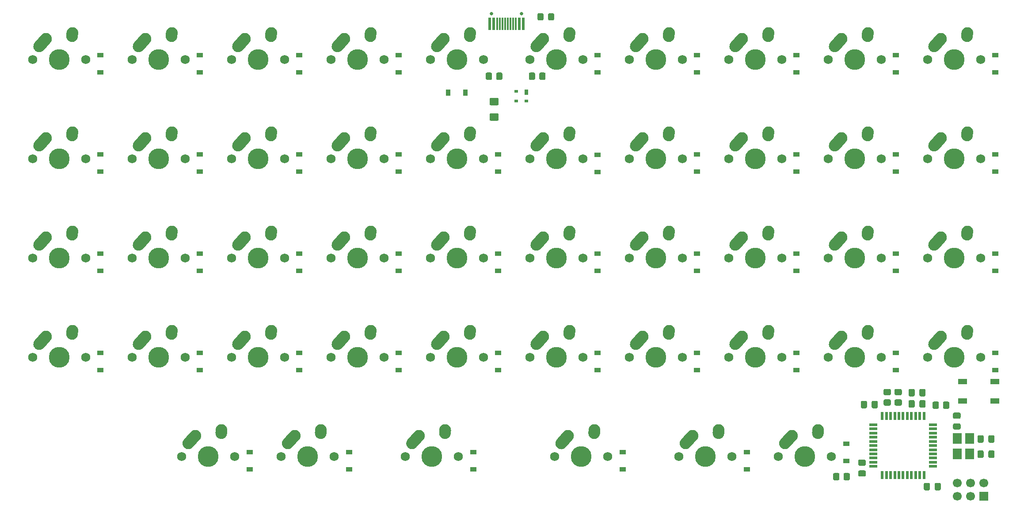
<source format=gbs>
%TF.GenerationSoftware,KiCad,Pcbnew,(5.1.12)-1*%
%TF.CreationDate,2022-01-05T12:33:12-05:00*%
%TF.ProjectId,my-keeb-type-c,6d792d6b-6565-4622-9d74-7970652d632e,rev?*%
%TF.SameCoordinates,Original*%
%TF.FileFunction,Soldermask,Bot*%
%TF.FilePolarity,Negative*%
%FSLAX46Y46*%
G04 Gerber Fmt 4.6, Leading zero omitted, Abs format (unit mm)*
G04 Created by KiCad (PCBNEW (5.1.12)-1) date 2022-01-05 12:33:12*
%MOMM*%
%LPD*%
G01*
G04 APERTURE LIST*
%ADD10C,1.750000*%
%ADD11C,2.250000*%
%ADD12C,3.987800*%
%ADD13R,1.800000X2.100000*%
%ADD14R,0.600000X2.450000*%
%ADD15R,0.300000X2.450000*%
%ADD16C,0.650000*%
%ADD17R,0.700000X0.600000*%
%ADD18R,0.700000X1.000000*%
%ADD19R,0.550000X1.500000*%
%ADD20R,1.500000X0.550000*%
%ADD21R,1.800000X1.100000*%
%ADD22R,1.700000X1.700000*%
%ADD23C,1.700000*%
%ADD24R,1.200000X0.900000*%
%ADD25R,0.900000X1.200000*%
G04 APERTURE END LIST*
%TO.C,FB1*%
G36*
G01*
X123756000Y-22282999D02*
X123756000Y-23183001D01*
G75*
G02*
X123506001Y-23433000I-249999J0D01*
G01*
X122855999Y-23433000D01*
G75*
G02*
X122606000Y-23183001I0J249999D01*
G01*
X122606000Y-22282999D01*
G75*
G02*
X122855999Y-22033000I249999J0D01*
G01*
X123506001Y-22033000D01*
G75*
G02*
X123756000Y-22282999I0J-249999D01*
G01*
G37*
G36*
G01*
X125806000Y-22282999D02*
X125806000Y-23183001D01*
G75*
G02*
X125556001Y-23433000I-249999J0D01*
G01*
X124905999Y-23433000D01*
G75*
G02*
X124656000Y-23183001I0J249999D01*
G01*
X124656000Y-22282999D01*
G75*
G02*
X124905999Y-22033000I249999J0D01*
G01*
X125556001Y-22033000D01*
G75*
G02*
X125806000Y-22282999I0J-249999D01*
G01*
G37*
%TD*%
D10*
%TO.C,MX46*%
X207486250Y-88106250D03*
X197326250Y-88106250D03*
D11*
X199906250Y-84106250D03*
D12*
X202406250Y-88106250D03*
G36*
G01*
X197844938Y-86403600D02*
X197844933Y-86403595D01*
G75*
G02*
X197758905Y-84814933I751317J837345D01*
G01*
X199068907Y-83354933D01*
G75*
G02*
X200657569Y-83268905I837345J-751317D01*
G01*
X200657569Y-83268905D01*
G75*
G02*
X200743597Y-84857567I-751317J-837345D01*
G01*
X199433595Y-86317567D01*
G75*
G02*
X197844933Y-86403595I-837345J751317D01*
G01*
G37*
D11*
X204946250Y-83026250D03*
G36*
G01*
X204829733Y-84728645D02*
X204828847Y-84728584D01*
G75*
G02*
X203783916Y-83528847I77403J1122334D01*
G01*
X203823916Y-82948847D01*
G75*
G02*
X205023653Y-81903916I1122334J-77403D01*
G01*
X205023653Y-81903916D01*
G75*
G02*
X206068584Y-83103653I-77403J-1122334D01*
G01*
X206028584Y-83683653D01*
G75*
G02*
X204828847Y-84728584I-1122334J77403D01*
G01*
G37*
%TD*%
D10*
%TO.C,MX18*%
X83661250Y-107156250D03*
X73501250Y-107156250D03*
D11*
X76081250Y-103156250D03*
D12*
X78581250Y-107156250D03*
G36*
G01*
X74019938Y-105453600D02*
X74019933Y-105453595D01*
G75*
G02*
X73933905Y-103864933I751317J837345D01*
G01*
X75243907Y-102404933D01*
G75*
G02*
X76832569Y-102318905I837345J-751317D01*
G01*
X76832569Y-102318905D01*
G75*
G02*
X76918597Y-103907567I-751317J-837345D01*
G01*
X75608595Y-105367567D01*
G75*
G02*
X74019933Y-105453595I-837345J751317D01*
G01*
G37*
D11*
X81121250Y-102076250D03*
G36*
G01*
X81004733Y-103778645D02*
X81003847Y-103778584D01*
G75*
G02*
X79958916Y-102578847I77403J1122334D01*
G01*
X79998916Y-101998847D01*
G75*
G02*
X81198653Y-100953916I1122334J-77403D01*
G01*
X81198653Y-100953916D01*
G75*
G02*
X82243584Y-102153653I-77403J-1122334D01*
G01*
X82203584Y-102733653D01*
G75*
G02*
X81003847Y-103778584I-1122334J77403D01*
G01*
G37*
%TD*%
D10*
%TO.C,MX19*%
X112236250Y-30956250D03*
X102076250Y-30956250D03*
D11*
X104656250Y-26956250D03*
D12*
X107156250Y-30956250D03*
G36*
G01*
X102594938Y-29253600D02*
X102594933Y-29253595D01*
G75*
G02*
X102508905Y-27664933I751317J837345D01*
G01*
X103818907Y-26204933D01*
G75*
G02*
X105407569Y-26118905I837345J-751317D01*
G01*
X105407569Y-26118905D01*
G75*
G02*
X105493597Y-27707567I-751317J-837345D01*
G01*
X104183595Y-29167567D01*
G75*
G02*
X102594933Y-29253595I-837345J751317D01*
G01*
G37*
D11*
X109696250Y-25876250D03*
G36*
G01*
X109579733Y-27578645D02*
X109578847Y-27578584D01*
G75*
G02*
X108533916Y-26378847I77403J1122334D01*
G01*
X108573916Y-25798847D01*
G75*
G02*
X109773653Y-24753916I1122334J-77403D01*
G01*
X109773653Y-24753916D01*
G75*
G02*
X110818584Y-25953653I-77403J-1122334D01*
G01*
X110778584Y-26533653D01*
G75*
G02*
X109578847Y-27578584I-1122334J77403D01*
G01*
G37*
%TD*%
D10*
%TO.C,MX24*%
X131286250Y-30956250D03*
X121126250Y-30956250D03*
D11*
X123706250Y-26956250D03*
D12*
X126206250Y-30956250D03*
G36*
G01*
X121644938Y-29253600D02*
X121644933Y-29253595D01*
G75*
G02*
X121558905Y-27664933I751317J837345D01*
G01*
X122868907Y-26204933D01*
G75*
G02*
X124457569Y-26118905I837345J-751317D01*
G01*
X124457569Y-26118905D01*
G75*
G02*
X124543597Y-27707567I-751317J-837345D01*
G01*
X123233595Y-29167567D01*
G75*
G02*
X121644933Y-29253595I-837345J751317D01*
G01*
G37*
D11*
X128746250Y-25876250D03*
G36*
G01*
X128629733Y-27578645D02*
X128628847Y-27578584D01*
G75*
G02*
X127583916Y-26378847I77403J1122334D01*
G01*
X127623916Y-25798847D01*
G75*
G02*
X128823653Y-24753916I1122334J-77403D01*
G01*
X128823653Y-24753916D01*
G75*
G02*
X129868584Y-25953653I-77403J-1122334D01*
G01*
X129828584Y-26533653D01*
G75*
G02*
X128628847Y-27578584I-1122334J77403D01*
G01*
G37*
%TD*%
D10*
%TO.C,MX42*%
X188436250Y-88106250D03*
X178276250Y-88106250D03*
D11*
X180856250Y-84106250D03*
D12*
X183356250Y-88106250D03*
G36*
G01*
X178794938Y-86403600D02*
X178794933Y-86403595D01*
G75*
G02*
X178708905Y-84814933I751317J837345D01*
G01*
X180018907Y-83354933D01*
G75*
G02*
X181607569Y-83268905I837345J-751317D01*
G01*
X181607569Y-83268905D01*
G75*
G02*
X181693597Y-84857567I-751317J-837345D01*
G01*
X180383595Y-86317567D01*
G75*
G02*
X178794933Y-86403595I-837345J751317D01*
G01*
G37*
D11*
X185896250Y-83026250D03*
G36*
G01*
X185779733Y-84728645D02*
X185778847Y-84728584D01*
G75*
G02*
X184733916Y-83528847I77403J1122334D01*
G01*
X184773916Y-82948847D01*
G75*
G02*
X185973653Y-81903916I1122334J-77403D01*
G01*
X185973653Y-81903916D01*
G75*
G02*
X187018584Y-83103653I-77403J-1122334D01*
G01*
X186978584Y-83683653D01*
G75*
G02*
X185778847Y-84728584I-1122334J77403D01*
G01*
G37*
%TD*%
D10*
%TO.C,MX39*%
X188436250Y-30956250D03*
X178276250Y-30956250D03*
D11*
X180856250Y-26956250D03*
D12*
X183356250Y-30956250D03*
G36*
G01*
X178794938Y-29253600D02*
X178794933Y-29253595D01*
G75*
G02*
X178708905Y-27664933I751317J837345D01*
G01*
X180018907Y-26204933D01*
G75*
G02*
X181607569Y-26118905I837345J-751317D01*
G01*
X181607569Y-26118905D01*
G75*
G02*
X181693597Y-27707567I-751317J-837345D01*
G01*
X180383595Y-29167567D01*
G75*
G02*
X178794933Y-29253595I-837345J751317D01*
G01*
G37*
D11*
X185896250Y-25876250D03*
G36*
G01*
X185779733Y-27578645D02*
X185778847Y-27578584D01*
G75*
G02*
X184733916Y-26378847I77403J1122334D01*
G01*
X184773916Y-25798847D01*
G75*
G02*
X185973653Y-24753916I1122334J-77403D01*
G01*
X185973653Y-24753916D01*
G75*
G02*
X187018584Y-25953653I-77403J-1122334D01*
G01*
X186978584Y-26533653D01*
G75*
G02*
X185778847Y-27578584I-1122334J77403D01*
G01*
G37*
%TD*%
D13*
%TO.C,Y1*%
X203066000Y-106606000D03*
X203066000Y-103706000D03*
X205366000Y-103706000D03*
X205366000Y-106606000D03*
%TD*%
D14*
%TO.C,USB1*%
X119906250Y-24070000D03*
X113456250Y-24070000D03*
X119131250Y-24070000D03*
X114231250Y-24070000D03*
D15*
X114931250Y-24070000D03*
X118431250Y-24070000D03*
X115431250Y-24070000D03*
X117931250Y-24070000D03*
X115931250Y-24070000D03*
X117431250Y-24070000D03*
X116931250Y-24070000D03*
X116431250Y-24070000D03*
D16*
X119571250Y-22125000D03*
X113791250Y-22125000D03*
%TD*%
D17*
%TO.C,U2*%
X118507000Y-38891250D03*
X120507000Y-38891250D03*
X118507000Y-36991250D03*
D18*
X120507000Y-37191250D03*
%TD*%
D19*
%TO.C,U1*%
X188659000Y-99329000D03*
X189459000Y-99329000D03*
X190259000Y-99329000D03*
X191059000Y-99329000D03*
X191859000Y-99329000D03*
X192659000Y-99329000D03*
X193459000Y-99329000D03*
X194259000Y-99329000D03*
X195059000Y-99329000D03*
X195859000Y-99329000D03*
X196659000Y-99329000D03*
D20*
X198359000Y-101029000D03*
X198359000Y-101829000D03*
X198359000Y-102629000D03*
X198359000Y-103429000D03*
X198359000Y-104229000D03*
X198359000Y-105029000D03*
X198359000Y-105829000D03*
X198359000Y-106629000D03*
X198359000Y-107429000D03*
X198359000Y-108229000D03*
X198359000Y-109029000D03*
D19*
X196659000Y-110729000D03*
X195859000Y-110729000D03*
X195059000Y-110729000D03*
X194259000Y-110729000D03*
X193459000Y-110729000D03*
X192659000Y-110729000D03*
X191859000Y-110729000D03*
X191059000Y-110729000D03*
X190259000Y-110729000D03*
X189459000Y-110729000D03*
X188659000Y-110729000D03*
D20*
X186959000Y-109029000D03*
X186959000Y-108229000D03*
X186959000Y-107429000D03*
X186959000Y-106629000D03*
X186959000Y-105829000D03*
X186959000Y-105029000D03*
X186959000Y-104229000D03*
X186959000Y-103429000D03*
X186959000Y-102629000D03*
X186959000Y-101829000D03*
X186959000Y-101029000D03*
%TD*%
D21*
%TO.C,SW1*%
X210237000Y-92765000D03*
X204037000Y-92765000D03*
X210237000Y-96465000D03*
X204037000Y-96465000D03*
%TD*%
%TO.C,R6*%
G36*
G01*
X192157001Y-97358000D02*
X191256999Y-97358000D01*
G75*
G02*
X191007000Y-97108001I0J249999D01*
G01*
X191007000Y-96407999D01*
G75*
G02*
X191256999Y-96158000I249999J0D01*
G01*
X192157001Y-96158000D01*
G75*
G02*
X192407000Y-96407999I0J-249999D01*
G01*
X192407000Y-97108001D01*
G75*
G02*
X192157001Y-97358000I-249999J0D01*
G01*
G37*
G36*
G01*
X192157001Y-95358000D02*
X191256999Y-95358000D01*
G75*
G02*
X191007000Y-95108001I0J249999D01*
G01*
X191007000Y-94407999D01*
G75*
G02*
X191256999Y-94158000I249999J0D01*
G01*
X192157001Y-94158000D01*
G75*
G02*
X192407000Y-94407999I0J-249999D01*
G01*
X192407000Y-95108001D01*
G75*
G02*
X192157001Y-95358000I-249999J0D01*
G01*
G37*
%TD*%
%TO.C,R5*%
G36*
G01*
X190061001Y-97358000D02*
X189160999Y-97358000D01*
G75*
G02*
X188911000Y-97108001I0J249999D01*
G01*
X188911000Y-96407999D01*
G75*
G02*
X189160999Y-96158000I249999J0D01*
G01*
X190061001Y-96158000D01*
G75*
G02*
X190311000Y-96407999I0J-249999D01*
G01*
X190311000Y-97108001D01*
G75*
G02*
X190061001Y-97358000I-249999J0D01*
G01*
G37*
G36*
G01*
X190061001Y-95358000D02*
X189160999Y-95358000D01*
G75*
G02*
X188911000Y-95108001I0J249999D01*
G01*
X188911000Y-94407999D01*
G75*
G02*
X189160999Y-94158000I249999J0D01*
G01*
X190061001Y-94158000D01*
G75*
G02*
X190311000Y-94407999I0J-249999D01*
G01*
X190311000Y-95108001D01*
G75*
G02*
X190061001Y-95358000I-249999J0D01*
G01*
G37*
%TD*%
%TO.C,R4*%
G36*
G01*
X113900000Y-33681249D02*
X113900000Y-34581251D01*
G75*
G02*
X113650001Y-34831250I-249999J0D01*
G01*
X112949999Y-34831250D01*
G75*
G02*
X112700000Y-34581251I0J249999D01*
G01*
X112700000Y-33681249D01*
G75*
G02*
X112949999Y-33431250I249999J0D01*
G01*
X113650001Y-33431250D01*
G75*
G02*
X113900000Y-33681249I0J-249999D01*
G01*
G37*
G36*
G01*
X115900000Y-33681249D02*
X115900000Y-34581251D01*
G75*
G02*
X115650001Y-34831250I-249999J0D01*
G01*
X114949999Y-34831250D01*
G75*
G02*
X114700000Y-34581251I0J249999D01*
G01*
X114700000Y-33681249D01*
G75*
G02*
X114949999Y-33431250I249999J0D01*
G01*
X115650001Y-33431250D01*
G75*
G02*
X115900000Y-33681249I0J-249999D01*
G01*
G37*
%TD*%
%TO.C,R3*%
G36*
G01*
X122955000Y-34581251D02*
X122955000Y-33681249D01*
G75*
G02*
X123204999Y-33431250I249999J0D01*
G01*
X123905001Y-33431250D01*
G75*
G02*
X124155000Y-33681249I0J-249999D01*
G01*
X124155000Y-34581251D01*
G75*
G02*
X123905001Y-34831250I-249999J0D01*
G01*
X123204999Y-34831250D01*
G75*
G02*
X122955000Y-34581251I0J249999D01*
G01*
G37*
G36*
G01*
X120955000Y-34581251D02*
X120955000Y-33681249D01*
G75*
G02*
X121204999Y-33431250I249999J0D01*
G01*
X121905001Y-33431250D01*
G75*
G02*
X122155000Y-33681249I0J-249999D01*
G01*
X122155000Y-34581251D01*
G75*
G02*
X121905001Y-34831250I-249999J0D01*
G01*
X121204999Y-34831250D01*
G75*
G02*
X120955000Y-34581251I0J249999D01*
G01*
G37*
%TD*%
%TO.C,R2*%
G36*
G01*
X179248000Y-111448001D02*
X179248000Y-110547999D01*
G75*
G02*
X179497999Y-110298000I249999J0D01*
G01*
X180198001Y-110298000D01*
G75*
G02*
X180448000Y-110547999I0J-249999D01*
G01*
X180448000Y-111448001D01*
G75*
G02*
X180198001Y-111698000I-249999J0D01*
G01*
X179497999Y-111698000D01*
G75*
G02*
X179248000Y-111448001I0J249999D01*
G01*
G37*
G36*
G01*
X181248000Y-111448001D02*
X181248000Y-110547999D01*
G75*
G02*
X181497999Y-110298000I249999J0D01*
G01*
X182198001Y-110298000D01*
G75*
G02*
X182448000Y-110547999I0J-249999D01*
G01*
X182448000Y-111448001D01*
G75*
G02*
X182198001Y-111698000I-249999J0D01*
G01*
X181497999Y-111698000D01*
G75*
G02*
X181248000Y-111448001I0J249999D01*
G01*
G37*
%TD*%
%TO.C,R1*%
G36*
G01*
X201498000Y-96831999D02*
X201498000Y-97732001D01*
G75*
G02*
X201248001Y-97982000I-249999J0D01*
G01*
X200547999Y-97982000D01*
G75*
G02*
X200298000Y-97732001I0J249999D01*
G01*
X200298000Y-96831999D01*
G75*
G02*
X200547999Y-96582000I249999J0D01*
G01*
X201248001Y-96582000D01*
G75*
G02*
X201498000Y-96831999I0J-249999D01*
G01*
G37*
G36*
G01*
X199498000Y-96831999D02*
X199498000Y-97732001D01*
G75*
G02*
X199248001Y-97982000I-249999J0D01*
G01*
X198547999Y-97982000D01*
G75*
G02*
X198298000Y-97732001I0J249999D01*
G01*
X198298000Y-96831999D01*
G75*
G02*
X198547999Y-96582000I249999J0D01*
G01*
X199248001Y-96582000D01*
G75*
G02*
X199498000Y-96831999I0J-249999D01*
G01*
G37*
%TD*%
D10*
%TO.C,MX45*%
X207486250Y-69056250D03*
X197326250Y-69056250D03*
D11*
X199906250Y-65056250D03*
D12*
X202406250Y-69056250D03*
G36*
G01*
X197844938Y-67353600D02*
X197844933Y-67353595D01*
G75*
G02*
X197758905Y-65764933I751317J837345D01*
G01*
X199068907Y-64304933D01*
G75*
G02*
X200657569Y-64218905I837345J-751317D01*
G01*
X200657569Y-64218905D01*
G75*
G02*
X200743597Y-65807567I-751317J-837345D01*
G01*
X199433595Y-67267567D01*
G75*
G02*
X197844933Y-67353595I-837345J751317D01*
G01*
G37*
D11*
X204946250Y-63976250D03*
G36*
G01*
X204829733Y-65678645D02*
X204828847Y-65678584D01*
G75*
G02*
X203783916Y-64478847I77403J1122334D01*
G01*
X203823916Y-63898847D01*
G75*
G02*
X205023653Y-62853916I1122334J-77403D01*
G01*
X205023653Y-62853916D01*
G75*
G02*
X206068584Y-64053653I-77403J-1122334D01*
G01*
X206028584Y-64633653D01*
G75*
G02*
X204828847Y-65678584I-1122334J77403D01*
G01*
G37*
%TD*%
D10*
%TO.C,MX44*%
X207486250Y-50006250D03*
X197326250Y-50006250D03*
D11*
X199906250Y-46006250D03*
D12*
X202406250Y-50006250D03*
G36*
G01*
X197844938Y-48303600D02*
X197844933Y-48303595D01*
G75*
G02*
X197758905Y-46714933I751317J837345D01*
G01*
X199068907Y-45254933D01*
G75*
G02*
X200657569Y-45168905I837345J-751317D01*
G01*
X200657569Y-45168905D01*
G75*
G02*
X200743597Y-46757567I-751317J-837345D01*
G01*
X199433595Y-48217567D01*
G75*
G02*
X197844933Y-48303595I-837345J751317D01*
G01*
G37*
D11*
X204946250Y-44926250D03*
G36*
G01*
X204829733Y-46628645D02*
X204828847Y-46628584D01*
G75*
G02*
X203783916Y-45428847I77403J1122334D01*
G01*
X203823916Y-44848847D01*
G75*
G02*
X205023653Y-43803916I1122334J-77403D01*
G01*
X205023653Y-43803916D01*
G75*
G02*
X206068584Y-45003653I-77403J-1122334D01*
G01*
X206028584Y-45583653D01*
G75*
G02*
X204828847Y-46628584I-1122334J77403D01*
G01*
G37*
%TD*%
D10*
%TO.C,MX43*%
X207486250Y-30956250D03*
X197326250Y-30956250D03*
D11*
X199906250Y-26956250D03*
D12*
X202406250Y-30956250D03*
G36*
G01*
X197844938Y-29253600D02*
X197844933Y-29253595D01*
G75*
G02*
X197758905Y-27664933I751317J837345D01*
G01*
X199068907Y-26204933D01*
G75*
G02*
X200657569Y-26118905I837345J-751317D01*
G01*
X200657569Y-26118905D01*
G75*
G02*
X200743597Y-27707567I-751317J-837345D01*
G01*
X199433595Y-29167567D01*
G75*
G02*
X197844933Y-29253595I-837345J751317D01*
G01*
G37*
D11*
X204946250Y-25876250D03*
G36*
G01*
X204829733Y-27578645D02*
X204828847Y-27578584D01*
G75*
G02*
X203783916Y-26378847I77403J1122334D01*
G01*
X203823916Y-25798847D01*
G75*
G02*
X205023653Y-24753916I1122334J-77403D01*
G01*
X205023653Y-24753916D01*
G75*
G02*
X206068584Y-25953653I-77403J-1122334D01*
G01*
X206028584Y-26533653D01*
G75*
G02*
X204828847Y-27578584I-1122334J77403D01*
G01*
G37*
%TD*%
D10*
%TO.C,MX41*%
X188436250Y-69056250D03*
X178276250Y-69056250D03*
D11*
X180856250Y-65056250D03*
D12*
X183356250Y-69056250D03*
G36*
G01*
X178794938Y-67353600D02*
X178794933Y-67353595D01*
G75*
G02*
X178708905Y-65764933I751317J837345D01*
G01*
X180018907Y-64304933D01*
G75*
G02*
X181607569Y-64218905I837345J-751317D01*
G01*
X181607569Y-64218905D01*
G75*
G02*
X181693597Y-65807567I-751317J-837345D01*
G01*
X180383595Y-67267567D01*
G75*
G02*
X178794933Y-67353595I-837345J751317D01*
G01*
G37*
D11*
X185896250Y-63976250D03*
G36*
G01*
X185779733Y-65678645D02*
X185778847Y-65678584D01*
G75*
G02*
X184733916Y-64478847I77403J1122334D01*
G01*
X184773916Y-63898847D01*
G75*
G02*
X185973653Y-62853916I1122334J-77403D01*
G01*
X185973653Y-62853916D01*
G75*
G02*
X187018584Y-64053653I-77403J-1122334D01*
G01*
X186978584Y-64633653D01*
G75*
G02*
X185778847Y-65678584I-1122334J77403D01*
G01*
G37*
%TD*%
D10*
%TO.C,MX40*%
X188436250Y-50006250D03*
X178276250Y-50006250D03*
D11*
X180856250Y-46006250D03*
D12*
X183356250Y-50006250D03*
G36*
G01*
X178794938Y-48303600D02*
X178794933Y-48303595D01*
G75*
G02*
X178708905Y-46714933I751317J837345D01*
G01*
X180018907Y-45254933D01*
G75*
G02*
X181607569Y-45168905I837345J-751317D01*
G01*
X181607569Y-45168905D01*
G75*
G02*
X181693597Y-46757567I-751317J-837345D01*
G01*
X180383595Y-48217567D01*
G75*
G02*
X178794933Y-48303595I-837345J751317D01*
G01*
G37*
D11*
X185896250Y-44926250D03*
G36*
G01*
X185779733Y-46628645D02*
X185778847Y-46628584D01*
G75*
G02*
X184733916Y-45428847I77403J1122334D01*
G01*
X184773916Y-44848847D01*
G75*
G02*
X185973653Y-43803916I1122334J-77403D01*
G01*
X185973653Y-43803916D01*
G75*
G02*
X187018584Y-45003653I-77403J-1122334D01*
G01*
X186978584Y-45583653D01*
G75*
G02*
X185778847Y-46628584I-1122334J77403D01*
G01*
G37*
%TD*%
D10*
%TO.C,MX38*%
X178911250Y-107156250D03*
X168751250Y-107156250D03*
D11*
X171331250Y-103156250D03*
D12*
X173831250Y-107156250D03*
G36*
G01*
X169269938Y-105453600D02*
X169269933Y-105453595D01*
G75*
G02*
X169183905Y-103864933I751317J837345D01*
G01*
X170493907Y-102404933D01*
G75*
G02*
X172082569Y-102318905I837345J-751317D01*
G01*
X172082569Y-102318905D01*
G75*
G02*
X172168597Y-103907567I-751317J-837345D01*
G01*
X170858595Y-105367567D01*
G75*
G02*
X169269933Y-105453595I-837345J751317D01*
G01*
G37*
D11*
X176371250Y-102076250D03*
G36*
G01*
X176254733Y-103778645D02*
X176253847Y-103778584D01*
G75*
G02*
X175208916Y-102578847I77403J1122334D01*
G01*
X175248916Y-101998847D01*
G75*
G02*
X176448653Y-100953916I1122334J-77403D01*
G01*
X176448653Y-100953916D01*
G75*
G02*
X177493584Y-102153653I-77403J-1122334D01*
G01*
X177453584Y-102733653D01*
G75*
G02*
X176253847Y-103778584I-1122334J77403D01*
G01*
G37*
%TD*%
D10*
%TO.C,MX37*%
X169386250Y-88106250D03*
X159226250Y-88106250D03*
D11*
X161806250Y-84106250D03*
D12*
X164306250Y-88106250D03*
G36*
G01*
X159744938Y-86403600D02*
X159744933Y-86403595D01*
G75*
G02*
X159658905Y-84814933I751317J837345D01*
G01*
X160968907Y-83354933D01*
G75*
G02*
X162557569Y-83268905I837345J-751317D01*
G01*
X162557569Y-83268905D01*
G75*
G02*
X162643597Y-84857567I-751317J-837345D01*
G01*
X161333595Y-86317567D01*
G75*
G02*
X159744933Y-86403595I-837345J751317D01*
G01*
G37*
D11*
X166846250Y-83026250D03*
G36*
G01*
X166729733Y-84728645D02*
X166728847Y-84728584D01*
G75*
G02*
X165683916Y-83528847I77403J1122334D01*
G01*
X165723916Y-82948847D01*
G75*
G02*
X166923653Y-81903916I1122334J-77403D01*
G01*
X166923653Y-81903916D01*
G75*
G02*
X167968584Y-83103653I-77403J-1122334D01*
G01*
X167928584Y-83683653D01*
G75*
G02*
X166728847Y-84728584I-1122334J77403D01*
G01*
G37*
%TD*%
D10*
%TO.C,MX36*%
X169386250Y-69056250D03*
X159226250Y-69056250D03*
D11*
X161806250Y-65056250D03*
D12*
X164306250Y-69056250D03*
G36*
G01*
X159744938Y-67353600D02*
X159744933Y-67353595D01*
G75*
G02*
X159658905Y-65764933I751317J837345D01*
G01*
X160968907Y-64304933D01*
G75*
G02*
X162557569Y-64218905I837345J-751317D01*
G01*
X162557569Y-64218905D01*
G75*
G02*
X162643597Y-65807567I-751317J-837345D01*
G01*
X161333595Y-67267567D01*
G75*
G02*
X159744933Y-67353595I-837345J751317D01*
G01*
G37*
D11*
X166846250Y-63976250D03*
G36*
G01*
X166729733Y-65678645D02*
X166728847Y-65678584D01*
G75*
G02*
X165683916Y-64478847I77403J1122334D01*
G01*
X165723916Y-63898847D01*
G75*
G02*
X166923653Y-62853916I1122334J-77403D01*
G01*
X166923653Y-62853916D01*
G75*
G02*
X167968584Y-64053653I-77403J-1122334D01*
G01*
X167928584Y-64633653D01*
G75*
G02*
X166728847Y-65678584I-1122334J77403D01*
G01*
G37*
%TD*%
D10*
%TO.C,MX35*%
X169386250Y-50006250D03*
X159226250Y-50006250D03*
D11*
X161806250Y-46006250D03*
D12*
X164306250Y-50006250D03*
G36*
G01*
X159744938Y-48303600D02*
X159744933Y-48303595D01*
G75*
G02*
X159658905Y-46714933I751317J837345D01*
G01*
X160968907Y-45254933D01*
G75*
G02*
X162557569Y-45168905I837345J-751317D01*
G01*
X162557569Y-45168905D01*
G75*
G02*
X162643597Y-46757567I-751317J-837345D01*
G01*
X161333595Y-48217567D01*
G75*
G02*
X159744933Y-48303595I-837345J751317D01*
G01*
G37*
D11*
X166846250Y-44926250D03*
G36*
G01*
X166729733Y-46628645D02*
X166728847Y-46628584D01*
G75*
G02*
X165683916Y-45428847I77403J1122334D01*
G01*
X165723916Y-44848847D01*
G75*
G02*
X166923653Y-43803916I1122334J-77403D01*
G01*
X166923653Y-43803916D01*
G75*
G02*
X167968584Y-45003653I-77403J-1122334D01*
G01*
X167928584Y-45583653D01*
G75*
G02*
X166728847Y-46628584I-1122334J77403D01*
G01*
G37*
%TD*%
D10*
%TO.C,MX34*%
X169386250Y-30956250D03*
X159226250Y-30956250D03*
D11*
X161806250Y-26956250D03*
D12*
X164306250Y-30956250D03*
G36*
G01*
X159744938Y-29253600D02*
X159744933Y-29253595D01*
G75*
G02*
X159658905Y-27664933I751317J837345D01*
G01*
X160968907Y-26204933D01*
G75*
G02*
X162557569Y-26118905I837345J-751317D01*
G01*
X162557569Y-26118905D01*
G75*
G02*
X162643597Y-27707567I-751317J-837345D01*
G01*
X161333595Y-29167567D01*
G75*
G02*
X159744933Y-29253595I-837345J751317D01*
G01*
G37*
D11*
X166846250Y-25876250D03*
G36*
G01*
X166729733Y-27578645D02*
X166728847Y-27578584D01*
G75*
G02*
X165683916Y-26378847I77403J1122334D01*
G01*
X165723916Y-25798847D01*
G75*
G02*
X166923653Y-24753916I1122334J-77403D01*
G01*
X166923653Y-24753916D01*
G75*
G02*
X167968584Y-25953653I-77403J-1122334D01*
G01*
X167928584Y-26533653D01*
G75*
G02*
X166728847Y-27578584I-1122334J77403D01*
G01*
G37*
%TD*%
D10*
%TO.C,MX33*%
X159861250Y-107156250D03*
X149701250Y-107156250D03*
D11*
X152281250Y-103156250D03*
D12*
X154781250Y-107156250D03*
G36*
G01*
X150219938Y-105453600D02*
X150219933Y-105453595D01*
G75*
G02*
X150133905Y-103864933I751317J837345D01*
G01*
X151443907Y-102404933D01*
G75*
G02*
X153032569Y-102318905I837345J-751317D01*
G01*
X153032569Y-102318905D01*
G75*
G02*
X153118597Y-103907567I-751317J-837345D01*
G01*
X151808595Y-105367567D01*
G75*
G02*
X150219933Y-105453595I-837345J751317D01*
G01*
G37*
D11*
X157321250Y-102076250D03*
G36*
G01*
X157204733Y-103778645D02*
X157203847Y-103778584D01*
G75*
G02*
X156158916Y-102578847I77403J1122334D01*
G01*
X156198916Y-101998847D01*
G75*
G02*
X157398653Y-100953916I1122334J-77403D01*
G01*
X157398653Y-100953916D01*
G75*
G02*
X158443584Y-102153653I-77403J-1122334D01*
G01*
X158403584Y-102733653D01*
G75*
G02*
X157203847Y-103778584I-1122334J77403D01*
G01*
G37*
%TD*%
D10*
%TO.C,MX32*%
X150336250Y-88106250D03*
X140176250Y-88106250D03*
D11*
X142756250Y-84106250D03*
D12*
X145256250Y-88106250D03*
G36*
G01*
X140694938Y-86403600D02*
X140694933Y-86403595D01*
G75*
G02*
X140608905Y-84814933I751317J837345D01*
G01*
X141918907Y-83354933D01*
G75*
G02*
X143507569Y-83268905I837345J-751317D01*
G01*
X143507569Y-83268905D01*
G75*
G02*
X143593597Y-84857567I-751317J-837345D01*
G01*
X142283595Y-86317567D01*
G75*
G02*
X140694933Y-86403595I-837345J751317D01*
G01*
G37*
D11*
X147796250Y-83026250D03*
G36*
G01*
X147679733Y-84728645D02*
X147678847Y-84728584D01*
G75*
G02*
X146633916Y-83528847I77403J1122334D01*
G01*
X146673916Y-82948847D01*
G75*
G02*
X147873653Y-81903916I1122334J-77403D01*
G01*
X147873653Y-81903916D01*
G75*
G02*
X148918584Y-83103653I-77403J-1122334D01*
G01*
X148878584Y-83683653D01*
G75*
G02*
X147678847Y-84728584I-1122334J77403D01*
G01*
G37*
%TD*%
D10*
%TO.C,MX31*%
X150336250Y-69056250D03*
X140176250Y-69056250D03*
D11*
X142756250Y-65056250D03*
D12*
X145256250Y-69056250D03*
G36*
G01*
X140694938Y-67353600D02*
X140694933Y-67353595D01*
G75*
G02*
X140608905Y-65764933I751317J837345D01*
G01*
X141918907Y-64304933D01*
G75*
G02*
X143507569Y-64218905I837345J-751317D01*
G01*
X143507569Y-64218905D01*
G75*
G02*
X143593597Y-65807567I-751317J-837345D01*
G01*
X142283595Y-67267567D01*
G75*
G02*
X140694933Y-67353595I-837345J751317D01*
G01*
G37*
D11*
X147796250Y-63976250D03*
G36*
G01*
X147679733Y-65678645D02*
X147678847Y-65678584D01*
G75*
G02*
X146633916Y-64478847I77403J1122334D01*
G01*
X146673916Y-63898847D01*
G75*
G02*
X147873653Y-62853916I1122334J-77403D01*
G01*
X147873653Y-62853916D01*
G75*
G02*
X148918584Y-64053653I-77403J-1122334D01*
G01*
X148878584Y-64633653D01*
G75*
G02*
X147678847Y-65678584I-1122334J77403D01*
G01*
G37*
%TD*%
D10*
%TO.C,MX30*%
X150336250Y-50006250D03*
X140176250Y-50006250D03*
D11*
X142756250Y-46006250D03*
D12*
X145256250Y-50006250D03*
G36*
G01*
X140694938Y-48303600D02*
X140694933Y-48303595D01*
G75*
G02*
X140608905Y-46714933I751317J837345D01*
G01*
X141918907Y-45254933D01*
G75*
G02*
X143507569Y-45168905I837345J-751317D01*
G01*
X143507569Y-45168905D01*
G75*
G02*
X143593597Y-46757567I-751317J-837345D01*
G01*
X142283595Y-48217567D01*
G75*
G02*
X140694933Y-48303595I-837345J751317D01*
G01*
G37*
D11*
X147796250Y-44926250D03*
G36*
G01*
X147679733Y-46628645D02*
X147678847Y-46628584D01*
G75*
G02*
X146633916Y-45428847I77403J1122334D01*
G01*
X146673916Y-44848847D01*
G75*
G02*
X147873653Y-43803916I1122334J-77403D01*
G01*
X147873653Y-43803916D01*
G75*
G02*
X148918584Y-45003653I-77403J-1122334D01*
G01*
X148878584Y-45583653D01*
G75*
G02*
X147678847Y-46628584I-1122334J77403D01*
G01*
G37*
%TD*%
D10*
%TO.C,MX29*%
X150336250Y-30956250D03*
X140176250Y-30956250D03*
D11*
X142756250Y-26956250D03*
D12*
X145256250Y-30956250D03*
G36*
G01*
X140694938Y-29253600D02*
X140694933Y-29253595D01*
G75*
G02*
X140608905Y-27664933I751317J837345D01*
G01*
X141918907Y-26204933D01*
G75*
G02*
X143507569Y-26118905I837345J-751317D01*
G01*
X143507569Y-26118905D01*
G75*
G02*
X143593597Y-27707567I-751317J-837345D01*
G01*
X142283595Y-29167567D01*
G75*
G02*
X140694933Y-29253595I-837345J751317D01*
G01*
G37*
D11*
X147796250Y-25876250D03*
G36*
G01*
X147679733Y-27578645D02*
X147678847Y-27578584D01*
G75*
G02*
X146633916Y-26378847I77403J1122334D01*
G01*
X146673916Y-25798847D01*
G75*
G02*
X147873653Y-24753916I1122334J-77403D01*
G01*
X147873653Y-24753916D01*
G75*
G02*
X148918584Y-25953653I-77403J-1122334D01*
G01*
X148878584Y-26533653D01*
G75*
G02*
X147678847Y-27578584I-1122334J77403D01*
G01*
G37*
%TD*%
D10*
%TO.C,MX28*%
X136048750Y-107156250D03*
X125888750Y-107156250D03*
D11*
X128468750Y-103156250D03*
D12*
X130968750Y-107156250D03*
G36*
G01*
X126407438Y-105453600D02*
X126407433Y-105453595D01*
G75*
G02*
X126321405Y-103864933I751317J837345D01*
G01*
X127631407Y-102404933D01*
G75*
G02*
X129220069Y-102318905I837345J-751317D01*
G01*
X129220069Y-102318905D01*
G75*
G02*
X129306097Y-103907567I-751317J-837345D01*
G01*
X127996095Y-105367567D01*
G75*
G02*
X126407433Y-105453595I-837345J751317D01*
G01*
G37*
D11*
X133508750Y-102076250D03*
G36*
G01*
X133392233Y-103778645D02*
X133391347Y-103778584D01*
G75*
G02*
X132346416Y-102578847I77403J1122334D01*
G01*
X132386416Y-101998847D01*
G75*
G02*
X133586153Y-100953916I1122334J-77403D01*
G01*
X133586153Y-100953916D01*
G75*
G02*
X134631084Y-102153653I-77403J-1122334D01*
G01*
X134591084Y-102733653D01*
G75*
G02*
X133391347Y-103778584I-1122334J77403D01*
G01*
G37*
%TD*%
D10*
%TO.C,MX27*%
X131286250Y-88106250D03*
X121126250Y-88106250D03*
D11*
X123706250Y-84106250D03*
D12*
X126206250Y-88106250D03*
G36*
G01*
X121644938Y-86403600D02*
X121644933Y-86403595D01*
G75*
G02*
X121558905Y-84814933I751317J837345D01*
G01*
X122868907Y-83354933D01*
G75*
G02*
X124457569Y-83268905I837345J-751317D01*
G01*
X124457569Y-83268905D01*
G75*
G02*
X124543597Y-84857567I-751317J-837345D01*
G01*
X123233595Y-86317567D01*
G75*
G02*
X121644933Y-86403595I-837345J751317D01*
G01*
G37*
D11*
X128746250Y-83026250D03*
G36*
G01*
X128629733Y-84728645D02*
X128628847Y-84728584D01*
G75*
G02*
X127583916Y-83528847I77403J1122334D01*
G01*
X127623916Y-82948847D01*
G75*
G02*
X128823653Y-81903916I1122334J-77403D01*
G01*
X128823653Y-81903916D01*
G75*
G02*
X129868584Y-83103653I-77403J-1122334D01*
G01*
X129828584Y-83683653D01*
G75*
G02*
X128628847Y-84728584I-1122334J77403D01*
G01*
G37*
%TD*%
D10*
%TO.C,MX26*%
X131286250Y-69056250D03*
X121126250Y-69056250D03*
D11*
X123706250Y-65056250D03*
D12*
X126206250Y-69056250D03*
G36*
G01*
X121644938Y-67353600D02*
X121644933Y-67353595D01*
G75*
G02*
X121558905Y-65764933I751317J837345D01*
G01*
X122868907Y-64304933D01*
G75*
G02*
X124457569Y-64218905I837345J-751317D01*
G01*
X124457569Y-64218905D01*
G75*
G02*
X124543597Y-65807567I-751317J-837345D01*
G01*
X123233595Y-67267567D01*
G75*
G02*
X121644933Y-67353595I-837345J751317D01*
G01*
G37*
D11*
X128746250Y-63976250D03*
G36*
G01*
X128629733Y-65678645D02*
X128628847Y-65678584D01*
G75*
G02*
X127583916Y-64478847I77403J1122334D01*
G01*
X127623916Y-63898847D01*
G75*
G02*
X128823653Y-62853916I1122334J-77403D01*
G01*
X128823653Y-62853916D01*
G75*
G02*
X129868584Y-64053653I-77403J-1122334D01*
G01*
X129828584Y-64633653D01*
G75*
G02*
X128628847Y-65678584I-1122334J77403D01*
G01*
G37*
%TD*%
D10*
%TO.C,MX25*%
X131286250Y-50006250D03*
X121126250Y-50006250D03*
D11*
X123706250Y-46006250D03*
D12*
X126206250Y-50006250D03*
G36*
G01*
X121644938Y-48303600D02*
X121644933Y-48303595D01*
G75*
G02*
X121558905Y-46714933I751317J837345D01*
G01*
X122868907Y-45254933D01*
G75*
G02*
X124457569Y-45168905I837345J-751317D01*
G01*
X124457569Y-45168905D01*
G75*
G02*
X124543597Y-46757567I-751317J-837345D01*
G01*
X123233595Y-48217567D01*
G75*
G02*
X121644933Y-48303595I-837345J751317D01*
G01*
G37*
D11*
X128746250Y-44926250D03*
G36*
G01*
X128629733Y-46628645D02*
X128628847Y-46628584D01*
G75*
G02*
X127583916Y-45428847I77403J1122334D01*
G01*
X127623916Y-44848847D01*
G75*
G02*
X128823653Y-43803916I1122334J-77403D01*
G01*
X128823653Y-43803916D01*
G75*
G02*
X129868584Y-45003653I-77403J-1122334D01*
G01*
X129828584Y-45583653D01*
G75*
G02*
X128628847Y-46628584I-1122334J77403D01*
G01*
G37*
%TD*%
D10*
%TO.C,MX23*%
X107473750Y-107156250D03*
X97313750Y-107156250D03*
D11*
X99893750Y-103156250D03*
D12*
X102393750Y-107156250D03*
G36*
G01*
X97832438Y-105453600D02*
X97832433Y-105453595D01*
G75*
G02*
X97746405Y-103864933I751317J837345D01*
G01*
X99056407Y-102404933D01*
G75*
G02*
X100645069Y-102318905I837345J-751317D01*
G01*
X100645069Y-102318905D01*
G75*
G02*
X100731097Y-103907567I-751317J-837345D01*
G01*
X99421095Y-105367567D01*
G75*
G02*
X97832433Y-105453595I-837345J751317D01*
G01*
G37*
D11*
X104933750Y-102076250D03*
G36*
G01*
X104817233Y-103778645D02*
X104816347Y-103778584D01*
G75*
G02*
X103771416Y-102578847I77403J1122334D01*
G01*
X103811416Y-101998847D01*
G75*
G02*
X105011153Y-100953916I1122334J-77403D01*
G01*
X105011153Y-100953916D01*
G75*
G02*
X106056084Y-102153653I-77403J-1122334D01*
G01*
X106016084Y-102733653D01*
G75*
G02*
X104816347Y-103778584I-1122334J77403D01*
G01*
G37*
%TD*%
D10*
%TO.C,MX22*%
X112236250Y-88106250D03*
X102076250Y-88106250D03*
D11*
X104656250Y-84106250D03*
D12*
X107156250Y-88106250D03*
G36*
G01*
X102594938Y-86403600D02*
X102594933Y-86403595D01*
G75*
G02*
X102508905Y-84814933I751317J837345D01*
G01*
X103818907Y-83354933D01*
G75*
G02*
X105407569Y-83268905I837345J-751317D01*
G01*
X105407569Y-83268905D01*
G75*
G02*
X105493597Y-84857567I-751317J-837345D01*
G01*
X104183595Y-86317567D01*
G75*
G02*
X102594933Y-86403595I-837345J751317D01*
G01*
G37*
D11*
X109696250Y-83026250D03*
G36*
G01*
X109579733Y-84728645D02*
X109578847Y-84728584D01*
G75*
G02*
X108533916Y-83528847I77403J1122334D01*
G01*
X108573916Y-82948847D01*
G75*
G02*
X109773653Y-81903916I1122334J-77403D01*
G01*
X109773653Y-81903916D01*
G75*
G02*
X110818584Y-83103653I-77403J-1122334D01*
G01*
X110778584Y-83683653D01*
G75*
G02*
X109578847Y-84728584I-1122334J77403D01*
G01*
G37*
%TD*%
D10*
%TO.C,MX21*%
X112236250Y-69056250D03*
X102076250Y-69056250D03*
D11*
X104656250Y-65056250D03*
D12*
X107156250Y-69056250D03*
G36*
G01*
X102594938Y-67353600D02*
X102594933Y-67353595D01*
G75*
G02*
X102508905Y-65764933I751317J837345D01*
G01*
X103818907Y-64304933D01*
G75*
G02*
X105407569Y-64218905I837345J-751317D01*
G01*
X105407569Y-64218905D01*
G75*
G02*
X105493597Y-65807567I-751317J-837345D01*
G01*
X104183595Y-67267567D01*
G75*
G02*
X102594933Y-67353595I-837345J751317D01*
G01*
G37*
D11*
X109696250Y-63976250D03*
G36*
G01*
X109579733Y-65678645D02*
X109578847Y-65678584D01*
G75*
G02*
X108533916Y-64478847I77403J1122334D01*
G01*
X108573916Y-63898847D01*
G75*
G02*
X109773653Y-62853916I1122334J-77403D01*
G01*
X109773653Y-62853916D01*
G75*
G02*
X110818584Y-64053653I-77403J-1122334D01*
G01*
X110778584Y-64633653D01*
G75*
G02*
X109578847Y-65678584I-1122334J77403D01*
G01*
G37*
%TD*%
D10*
%TO.C,MX20*%
X112236250Y-50006250D03*
X102076250Y-50006250D03*
D11*
X104656250Y-46006250D03*
D12*
X107156250Y-50006250D03*
G36*
G01*
X102594938Y-48303600D02*
X102594933Y-48303595D01*
G75*
G02*
X102508905Y-46714933I751317J837345D01*
G01*
X103818907Y-45254933D01*
G75*
G02*
X105407569Y-45168905I837345J-751317D01*
G01*
X105407569Y-45168905D01*
G75*
G02*
X105493597Y-46757567I-751317J-837345D01*
G01*
X104183595Y-48217567D01*
G75*
G02*
X102594933Y-48303595I-837345J751317D01*
G01*
G37*
D11*
X109696250Y-44926250D03*
G36*
G01*
X109579733Y-46628645D02*
X109578847Y-46628584D01*
G75*
G02*
X108533916Y-45428847I77403J1122334D01*
G01*
X108573916Y-44848847D01*
G75*
G02*
X109773653Y-43803916I1122334J-77403D01*
G01*
X109773653Y-43803916D01*
G75*
G02*
X110818584Y-45003653I-77403J-1122334D01*
G01*
X110778584Y-45583653D01*
G75*
G02*
X109578847Y-46628584I-1122334J77403D01*
G01*
G37*
%TD*%
D10*
%TO.C,MX17*%
X93186250Y-88106250D03*
X83026250Y-88106250D03*
D11*
X85606250Y-84106250D03*
D12*
X88106250Y-88106250D03*
G36*
G01*
X83544938Y-86403600D02*
X83544933Y-86403595D01*
G75*
G02*
X83458905Y-84814933I751317J837345D01*
G01*
X84768907Y-83354933D01*
G75*
G02*
X86357569Y-83268905I837345J-751317D01*
G01*
X86357569Y-83268905D01*
G75*
G02*
X86443597Y-84857567I-751317J-837345D01*
G01*
X85133595Y-86317567D01*
G75*
G02*
X83544933Y-86403595I-837345J751317D01*
G01*
G37*
D11*
X90646250Y-83026250D03*
G36*
G01*
X90529733Y-84728645D02*
X90528847Y-84728584D01*
G75*
G02*
X89483916Y-83528847I77403J1122334D01*
G01*
X89523916Y-82948847D01*
G75*
G02*
X90723653Y-81903916I1122334J-77403D01*
G01*
X90723653Y-81903916D01*
G75*
G02*
X91768584Y-83103653I-77403J-1122334D01*
G01*
X91728584Y-83683653D01*
G75*
G02*
X90528847Y-84728584I-1122334J77403D01*
G01*
G37*
%TD*%
D10*
%TO.C,MX16*%
X93186250Y-69056250D03*
X83026250Y-69056250D03*
D11*
X85606250Y-65056250D03*
D12*
X88106250Y-69056250D03*
G36*
G01*
X83544938Y-67353600D02*
X83544933Y-67353595D01*
G75*
G02*
X83458905Y-65764933I751317J837345D01*
G01*
X84768907Y-64304933D01*
G75*
G02*
X86357569Y-64218905I837345J-751317D01*
G01*
X86357569Y-64218905D01*
G75*
G02*
X86443597Y-65807567I-751317J-837345D01*
G01*
X85133595Y-67267567D01*
G75*
G02*
X83544933Y-67353595I-837345J751317D01*
G01*
G37*
D11*
X90646250Y-63976250D03*
G36*
G01*
X90529733Y-65678645D02*
X90528847Y-65678584D01*
G75*
G02*
X89483916Y-64478847I77403J1122334D01*
G01*
X89523916Y-63898847D01*
G75*
G02*
X90723653Y-62853916I1122334J-77403D01*
G01*
X90723653Y-62853916D01*
G75*
G02*
X91768584Y-64053653I-77403J-1122334D01*
G01*
X91728584Y-64633653D01*
G75*
G02*
X90528847Y-65678584I-1122334J77403D01*
G01*
G37*
%TD*%
D10*
%TO.C,MX15*%
X93186250Y-50006250D03*
X83026250Y-50006250D03*
D11*
X85606250Y-46006250D03*
D12*
X88106250Y-50006250D03*
G36*
G01*
X83544938Y-48303600D02*
X83544933Y-48303595D01*
G75*
G02*
X83458905Y-46714933I751317J837345D01*
G01*
X84768907Y-45254933D01*
G75*
G02*
X86357569Y-45168905I837345J-751317D01*
G01*
X86357569Y-45168905D01*
G75*
G02*
X86443597Y-46757567I-751317J-837345D01*
G01*
X85133595Y-48217567D01*
G75*
G02*
X83544933Y-48303595I-837345J751317D01*
G01*
G37*
D11*
X90646250Y-44926250D03*
G36*
G01*
X90529733Y-46628645D02*
X90528847Y-46628584D01*
G75*
G02*
X89483916Y-45428847I77403J1122334D01*
G01*
X89523916Y-44848847D01*
G75*
G02*
X90723653Y-43803916I1122334J-77403D01*
G01*
X90723653Y-43803916D01*
G75*
G02*
X91768584Y-45003653I-77403J-1122334D01*
G01*
X91728584Y-45583653D01*
G75*
G02*
X90528847Y-46628584I-1122334J77403D01*
G01*
G37*
%TD*%
D10*
%TO.C,MX14*%
X93186250Y-30956250D03*
X83026250Y-30956250D03*
D11*
X85606250Y-26956250D03*
D12*
X88106250Y-30956250D03*
G36*
G01*
X83544938Y-29253600D02*
X83544933Y-29253595D01*
G75*
G02*
X83458905Y-27664933I751317J837345D01*
G01*
X84768907Y-26204933D01*
G75*
G02*
X86357569Y-26118905I837345J-751317D01*
G01*
X86357569Y-26118905D01*
G75*
G02*
X86443597Y-27707567I-751317J-837345D01*
G01*
X85133595Y-29167567D01*
G75*
G02*
X83544933Y-29253595I-837345J751317D01*
G01*
G37*
D11*
X90646250Y-25876250D03*
G36*
G01*
X90529733Y-27578645D02*
X90528847Y-27578584D01*
G75*
G02*
X89483916Y-26378847I77403J1122334D01*
G01*
X89523916Y-25798847D01*
G75*
G02*
X90723653Y-24753916I1122334J-77403D01*
G01*
X90723653Y-24753916D01*
G75*
G02*
X91768584Y-25953653I-77403J-1122334D01*
G01*
X91728584Y-26533653D01*
G75*
G02*
X90528847Y-27578584I-1122334J77403D01*
G01*
G37*
%TD*%
D10*
%TO.C,MX13*%
X64611250Y-107156250D03*
X54451250Y-107156250D03*
D11*
X57031250Y-103156250D03*
D12*
X59531250Y-107156250D03*
G36*
G01*
X54969938Y-105453600D02*
X54969933Y-105453595D01*
G75*
G02*
X54883905Y-103864933I751317J837345D01*
G01*
X56193907Y-102404933D01*
G75*
G02*
X57782569Y-102318905I837345J-751317D01*
G01*
X57782569Y-102318905D01*
G75*
G02*
X57868597Y-103907567I-751317J-837345D01*
G01*
X56558595Y-105367567D01*
G75*
G02*
X54969933Y-105453595I-837345J751317D01*
G01*
G37*
D11*
X62071250Y-102076250D03*
G36*
G01*
X61954733Y-103778645D02*
X61953847Y-103778584D01*
G75*
G02*
X60908916Y-102578847I77403J1122334D01*
G01*
X60948916Y-101998847D01*
G75*
G02*
X62148653Y-100953916I1122334J-77403D01*
G01*
X62148653Y-100953916D01*
G75*
G02*
X63193584Y-102153653I-77403J-1122334D01*
G01*
X63153584Y-102733653D01*
G75*
G02*
X61953847Y-103778584I-1122334J77403D01*
G01*
G37*
%TD*%
D10*
%TO.C,MX12*%
X74136250Y-88106250D03*
X63976250Y-88106250D03*
D11*
X66556250Y-84106250D03*
D12*
X69056250Y-88106250D03*
G36*
G01*
X64494938Y-86403600D02*
X64494933Y-86403595D01*
G75*
G02*
X64408905Y-84814933I751317J837345D01*
G01*
X65718907Y-83354933D01*
G75*
G02*
X67307569Y-83268905I837345J-751317D01*
G01*
X67307569Y-83268905D01*
G75*
G02*
X67393597Y-84857567I-751317J-837345D01*
G01*
X66083595Y-86317567D01*
G75*
G02*
X64494933Y-86403595I-837345J751317D01*
G01*
G37*
D11*
X71596250Y-83026250D03*
G36*
G01*
X71479733Y-84728645D02*
X71478847Y-84728584D01*
G75*
G02*
X70433916Y-83528847I77403J1122334D01*
G01*
X70473916Y-82948847D01*
G75*
G02*
X71673653Y-81903916I1122334J-77403D01*
G01*
X71673653Y-81903916D01*
G75*
G02*
X72718584Y-83103653I-77403J-1122334D01*
G01*
X72678584Y-83683653D01*
G75*
G02*
X71478847Y-84728584I-1122334J77403D01*
G01*
G37*
%TD*%
D10*
%TO.C,MX11*%
X74136250Y-69056250D03*
X63976250Y-69056250D03*
D11*
X66556250Y-65056250D03*
D12*
X69056250Y-69056250D03*
G36*
G01*
X64494938Y-67353600D02*
X64494933Y-67353595D01*
G75*
G02*
X64408905Y-65764933I751317J837345D01*
G01*
X65718907Y-64304933D01*
G75*
G02*
X67307569Y-64218905I837345J-751317D01*
G01*
X67307569Y-64218905D01*
G75*
G02*
X67393597Y-65807567I-751317J-837345D01*
G01*
X66083595Y-67267567D01*
G75*
G02*
X64494933Y-67353595I-837345J751317D01*
G01*
G37*
D11*
X71596250Y-63976250D03*
G36*
G01*
X71479733Y-65678645D02*
X71478847Y-65678584D01*
G75*
G02*
X70433916Y-64478847I77403J1122334D01*
G01*
X70473916Y-63898847D01*
G75*
G02*
X71673653Y-62853916I1122334J-77403D01*
G01*
X71673653Y-62853916D01*
G75*
G02*
X72718584Y-64053653I-77403J-1122334D01*
G01*
X72678584Y-64633653D01*
G75*
G02*
X71478847Y-65678584I-1122334J77403D01*
G01*
G37*
%TD*%
D10*
%TO.C,MX10*%
X74136250Y-50006250D03*
X63976250Y-50006250D03*
D11*
X66556250Y-46006250D03*
D12*
X69056250Y-50006250D03*
G36*
G01*
X64494938Y-48303600D02*
X64494933Y-48303595D01*
G75*
G02*
X64408905Y-46714933I751317J837345D01*
G01*
X65718907Y-45254933D01*
G75*
G02*
X67307569Y-45168905I837345J-751317D01*
G01*
X67307569Y-45168905D01*
G75*
G02*
X67393597Y-46757567I-751317J-837345D01*
G01*
X66083595Y-48217567D01*
G75*
G02*
X64494933Y-48303595I-837345J751317D01*
G01*
G37*
D11*
X71596250Y-44926250D03*
G36*
G01*
X71479733Y-46628645D02*
X71478847Y-46628584D01*
G75*
G02*
X70433916Y-45428847I77403J1122334D01*
G01*
X70473916Y-44848847D01*
G75*
G02*
X71673653Y-43803916I1122334J-77403D01*
G01*
X71673653Y-43803916D01*
G75*
G02*
X72718584Y-45003653I-77403J-1122334D01*
G01*
X72678584Y-45583653D01*
G75*
G02*
X71478847Y-46628584I-1122334J77403D01*
G01*
G37*
%TD*%
D10*
%TO.C,MX9*%
X74136250Y-30956250D03*
X63976250Y-30956250D03*
D11*
X66556250Y-26956250D03*
D12*
X69056250Y-30956250D03*
G36*
G01*
X64494938Y-29253600D02*
X64494933Y-29253595D01*
G75*
G02*
X64408905Y-27664933I751317J837345D01*
G01*
X65718907Y-26204933D01*
G75*
G02*
X67307569Y-26118905I837345J-751317D01*
G01*
X67307569Y-26118905D01*
G75*
G02*
X67393597Y-27707567I-751317J-837345D01*
G01*
X66083595Y-29167567D01*
G75*
G02*
X64494933Y-29253595I-837345J751317D01*
G01*
G37*
D11*
X71596250Y-25876250D03*
G36*
G01*
X71479733Y-27578645D02*
X71478847Y-27578584D01*
G75*
G02*
X70433916Y-26378847I77403J1122334D01*
G01*
X70473916Y-25798847D01*
G75*
G02*
X71673653Y-24753916I1122334J-77403D01*
G01*
X71673653Y-24753916D01*
G75*
G02*
X72718584Y-25953653I-77403J-1122334D01*
G01*
X72678584Y-26533653D01*
G75*
G02*
X71478847Y-27578584I-1122334J77403D01*
G01*
G37*
%TD*%
D10*
%TO.C,MX8*%
X55086250Y-88106250D03*
X44926250Y-88106250D03*
D11*
X47506250Y-84106250D03*
D12*
X50006250Y-88106250D03*
G36*
G01*
X45444938Y-86403600D02*
X45444933Y-86403595D01*
G75*
G02*
X45358905Y-84814933I751317J837345D01*
G01*
X46668907Y-83354933D01*
G75*
G02*
X48257569Y-83268905I837345J-751317D01*
G01*
X48257569Y-83268905D01*
G75*
G02*
X48343597Y-84857567I-751317J-837345D01*
G01*
X47033595Y-86317567D01*
G75*
G02*
X45444933Y-86403595I-837345J751317D01*
G01*
G37*
D11*
X52546250Y-83026250D03*
G36*
G01*
X52429733Y-84728645D02*
X52428847Y-84728584D01*
G75*
G02*
X51383916Y-83528847I77403J1122334D01*
G01*
X51423916Y-82948847D01*
G75*
G02*
X52623653Y-81903916I1122334J-77403D01*
G01*
X52623653Y-81903916D01*
G75*
G02*
X53668584Y-83103653I-77403J-1122334D01*
G01*
X53628584Y-83683653D01*
G75*
G02*
X52428847Y-84728584I-1122334J77403D01*
G01*
G37*
%TD*%
D10*
%TO.C,MX7*%
X55086250Y-69056250D03*
X44926250Y-69056250D03*
D11*
X47506250Y-65056250D03*
D12*
X50006250Y-69056250D03*
G36*
G01*
X45444938Y-67353600D02*
X45444933Y-67353595D01*
G75*
G02*
X45358905Y-65764933I751317J837345D01*
G01*
X46668907Y-64304933D01*
G75*
G02*
X48257569Y-64218905I837345J-751317D01*
G01*
X48257569Y-64218905D01*
G75*
G02*
X48343597Y-65807567I-751317J-837345D01*
G01*
X47033595Y-67267567D01*
G75*
G02*
X45444933Y-67353595I-837345J751317D01*
G01*
G37*
D11*
X52546250Y-63976250D03*
G36*
G01*
X52429733Y-65678645D02*
X52428847Y-65678584D01*
G75*
G02*
X51383916Y-64478847I77403J1122334D01*
G01*
X51423916Y-63898847D01*
G75*
G02*
X52623653Y-62853916I1122334J-77403D01*
G01*
X52623653Y-62853916D01*
G75*
G02*
X53668584Y-64053653I-77403J-1122334D01*
G01*
X53628584Y-64633653D01*
G75*
G02*
X52428847Y-65678584I-1122334J77403D01*
G01*
G37*
%TD*%
D10*
%TO.C,MX6*%
X55086250Y-50006250D03*
X44926250Y-50006250D03*
D11*
X47506250Y-46006250D03*
D12*
X50006250Y-50006250D03*
G36*
G01*
X45444938Y-48303600D02*
X45444933Y-48303595D01*
G75*
G02*
X45358905Y-46714933I751317J837345D01*
G01*
X46668907Y-45254933D01*
G75*
G02*
X48257569Y-45168905I837345J-751317D01*
G01*
X48257569Y-45168905D01*
G75*
G02*
X48343597Y-46757567I-751317J-837345D01*
G01*
X47033595Y-48217567D01*
G75*
G02*
X45444933Y-48303595I-837345J751317D01*
G01*
G37*
D11*
X52546250Y-44926250D03*
G36*
G01*
X52429733Y-46628645D02*
X52428847Y-46628584D01*
G75*
G02*
X51383916Y-45428847I77403J1122334D01*
G01*
X51423916Y-44848847D01*
G75*
G02*
X52623653Y-43803916I1122334J-77403D01*
G01*
X52623653Y-43803916D01*
G75*
G02*
X53668584Y-45003653I-77403J-1122334D01*
G01*
X53628584Y-45583653D01*
G75*
G02*
X52428847Y-46628584I-1122334J77403D01*
G01*
G37*
%TD*%
D10*
%TO.C,MX5*%
X55086250Y-30956250D03*
X44926250Y-30956250D03*
D11*
X47506250Y-26956250D03*
D12*
X50006250Y-30956250D03*
G36*
G01*
X45444938Y-29253600D02*
X45444933Y-29253595D01*
G75*
G02*
X45358905Y-27664933I751317J837345D01*
G01*
X46668907Y-26204933D01*
G75*
G02*
X48257569Y-26118905I837345J-751317D01*
G01*
X48257569Y-26118905D01*
G75*
G02*
X48343597Y-27707567I-751317J-837345D01*
G01*
X47033595Y-29167567D01*
G75*
G02*
X45444933Y-29253595I-837345J751317D01*
G01*
G37*
D11*
X52546250Y-25876250D03*
G36*
G01*
X52429733Y-27578645D02*
X52428847Y-27578584D01*
G75*
G02*
X51383916Y-26378847I77403J1122334D01*
G01*
X51423916Y-25798847D01*
G75*
G02*
X52623653Y-24753916I1122334J-77403D01*
G01*
X52623653Y-24753916D01*
G75*
G02*
X53668584Y-25953653I-77403J-1122334D01*
G01*
X53628584Y-26533653D01*
G75*
G02*
X52428847Y-27578584I-1122334J77403D01*
G01*
G37*
%TD*%
D10*
%TO.C,MX4*%
X36036250Y-88106250D03*
X25876250Y-88106250D03*
D11*
X28456250Y-84106250D03*
D12*
X30956250Y-88106250D03*
G36*
G01*
X26394938Y-86403600D02*
X26394933Y-86403595D01*
G75*
G02*
X26308905Y-84814933I751317J837345D01*
G01*
X27618907Y-83354933D01*
G75*
G02*
X29207569Y-83268905I837345J-751317D01*
G01*
X29207569Y-83268905D01*
G75*
G02*
X29293597Y-84857567I-751317J-837345D01*
G01*
X27983595Y-86317567D01*
G75*
G02*
X26394933Y-86403595I-837345J751317D01*
G01*
G37*
D11*
X33496250Y-83026250D03*
G36*
G01*
X33379733Y-84728645D02*
X33378847Y-84728584D01*
G75*
G02*
X32333916Y-83528847I77403J1122334D01*
G01*
X32373916Y-82948847D01*
G75*
G02*
X33573653Y-81903916I1122334J-77403D01*
G01*
X33573653Y-81903916D01*
G75*
G02*
X34618584Y-83103653I-77403J-1122334D01*
G01*
X34578584Y-83683653D01*
G75*
G02*
X33378847Y-84728584I-1122334J77403D01*
G01*
G37*
%TD*%
D10*
%TO.C,MX3*%
X36036250Y-69056250D03*
X25876250Y-69056250D03*
D11*
X28456250Y-65056250D03*
D12*
X30956250Y-69056250D03*
G36*
G01*
X26394938Y-67353600D02*
X26394933Y-67353595D01*
G75*
G02*
X26308905Y-65764933I751317J837345D01*
G01*
X27618907Y-64304933D01*
G75*
G02*
X29207569Y-64218905I837345J-751317D01*
G01*
X29207569Y-64218905D01*
G75*
G02*
X29293597Y-65807567I-751317J-837345D01*
G01*
X27983595Y-67267567D01*
G75*
G02*
X26394933Y-67353595I-837345J751317D01*
G01*
G37*
D11*
X33496250Y-63976250D03*
G36*
G01*
X33379733Y-65678645D02*
X33378847Y-65678584D01*
G75*
G02*
X32333916Y-64478847I77403J1122334D01*
G01*
X32373916Y-63898847D01*
G75*
G02*
X33573653Y-62853916I1122334J-77403D01*
G01*
X33573653Y-62853916D01*
G75*
G02*
X34618584Y-64053653I-77403J-1122334D01*
G01*
X34578584Y-64633653D01*
G75*
G02*
X33378847Y-65678584I-1122334J77403D01*
G01*
G37*
%TD*%
D10*
%TO.C,MX2*%
X36036250Y-50006250D03*
X25876250Y-50006250D03*
D11*
X28456250Y-46006250D03*
D12*
X30956250Y-50006250D03*
G36*
G01*
X26394938Y-48303600D02*
X26394933Y-48303595D01*
G75*
G02*
X26308905Y-46714933I751317J837345D01*
G01*
X27618907Y-45254933D01*
G75*
G02*
X29207569Y-45168905I837345J-751317D01*
G01*
X29207569Y-45168905D01*
G75*
G02*
X29293597Y-46757567I-751317J-837345D01*
G01*
X27983595Y-48217567D01*
G75*
G02*
X26394933Y-48303595I-837345J751317D01*
G01*
G37*
D11*
X33496250Y-44926250D03*
G36*
G01*
X33379733Y-46628645D02*
X33378847Y-46628584D01*
G75*
G02*
X32333916Y-45428847I77403J1122334D01*
G01*
X32373916Y-44848847D01*
G75*
G02*
X33573653Y-43803916I1122334J-77403D01*
G01*
X33573653Y-43803916D01*
G75*
G02*
X34618584Y-45003653I-77403J-1122334D01*
G01*
X34578584Y-45583653D01*
G75*
G02*
X33378847Y-46628584I-1122334J77403D01*
G01*
G37*
%TD*%
D10*
%TO.C,MX1*%
X36036250Y-30956250D03*
X25876250Y-30956250D03*
D11*
X28456250Y-26956250D03*
D12*
X30956250Y-30956250D03*
G36*
G01*
X26394938Y-29253600D02*
X26394933Y-29253595D01*
G75*
G02*
X26308905Y-27664933I751317J837345D01*
G01*
X27618907Y-26204933D01*
G75*
G02*
X29207569Y-26118905I837345J-751317D01*
G01*
X29207569Y-26118905D01*
G75*
G02*
X29293597Y-27707567I-751317J-837345D01*
G01*
X27983595Y-29167567D01*
G75*
G02*
X26394933Y-29253595I-837345J751317D01*
G01*
G37*
D11*
X33496250Y-25876250D03*
G36*
G01*
X33379733Y-27578645D02*
X33378847Y-27578584D01*
G75*
G02*
X32333916Y-26378847I77403J1122334D01*
G01*
X32373916Y-25798847D01*
G75*
G02*
X33573653Y-24753916I1122334J-77403D01*
G01*
X33573653Y-24753916D01*
G75*
G02*
X34618584Y-25953653I-77403J-1122334D01*
G01*
X34578584Y-26533653D01*
G75*
G02*
X33378847Y-27578584I-1122334J77403D01*
G01*
G37*
%TD*%
D22*
%TO.C,J1*%
X208121250Y-114776250D03*
D23*
X208121250Y-112236250D03*
X205581250Y-114776250D03*
X205581250Y-112236250D03*
X203041250Y-114776250D03*
X203041250Y-112236250D03*
%TD*%
%TO.C,F1*%
G36*
G01*
X114925000Y-39706250D02*
X113675000Y-39706250D01*
G75*
G02*
X113425000Y-39456250I0J250000D01*
G01*
X113425000Y-38531250D01*
G75*
G02*
X113675000Y-38281250I250000J0D01*
G01*
X114925000Y-38281250D01*
G75*
G02*
X115175000Y-38531250I0J-250000D01*
G01*
X115175000Y-39456250D01*
G75*
G02*
X114925000Y-39706250I-250000J0D01*
G01*
G37*
G36*
G01*
X114925000Y-42681250D02*
X113675000Y-42681250D01*
G75*
G02*
X113425000Y-42431250I0J250000D01*
G01*
X113425000Y-41506250D01*
G75*
G02*
X113675000Y-41256250I250000J0D01*
G01*
X114925000Y-41256250D01*
G75*
G02*
X115175000Y-41506250I0J-250000D01*
G01*
X115175000Y-42431250D01*
G75*
G02*
X114925000Y-42681250I-250000J0D01*
G01*
G37*
%TD*%
D24*
%TO.C,D46*%
X210343750Y-87250000D03*
X210343750Y-90550000D03*
%TD*%
%TO.C,D45*%
X210343750Y-68200000D03*
X210343750Y-71500000D03*
%TD*%
%TO.C,D44*%
X210343750Y-49150000D03*
X210343750Y-52450000D03*
%TD*%
%TO.C,D43*%
X210343750Y-30100000D03*
X210343750Y-33400000D03*
%TD*%
%TO.C,D42*%
X191293750Y-87250000D03*
X191293750Y-90550000D03*
%TD*%
%TO.C,D41*%
X191293750Y-68200000D03*
X191293750Y-71500000D03*
%TD*%
%TO.C,D40*%
X191293750Y-49150000D03*
X191293750Y-52450000D03*
%TD*%
%TO.C,D39*%
X191293750Y-30100000D03*
X191293750Y-33400000D03*
%TD*%
%TO.C,D38*%
X181768750Y-104712500D03*
X181768750Y-108012500D03*
%TD*%
%TO.C,D37*%
X172243750Y-87250000D03*
X172243750Y-90550000D03*
%TD*%
%TO.C,D36*%
X172243750Y-68200000D03*
X172243750Y-71500000D03*
%TD*%
%TO.C,D35*%
X172243750Y-49150000D03*
X172243750Y-52450000D03*
%TD*%
%TO.C,D34*%
X172243750Y-30100000D03*
X172243750Y-33400000D03*
%TD*%
%TO.C,D33*%
X162718750Y-106300000D03*
X162718750Y-109600000D03*
%TD*%
%TO.C,D32*%
X153193750Y-87250000D03*
X153193750Y-90550000D03*
%TD*%
%TO.C,D31*%
X153193750Y-68200000D03*
X153193750Y-71500000D03*
%TD*%
%TO.C,D30*%
X153193750Y-49150000D03*
X153193750Y-52450000D03*
%TD*%
%TO.C,D29*%
X153193750Y-30100000D03*
X153193750Y-33400000D03*
%TD*%
%TO.C,D28*%
X138906250Y-106300000D03*
X138906250Y-109600000D03*
%TD*%
%TO.C,D27*%
X134143750Y-87250000D03*
X134143750Y-90550000D03*
%TD*%
%TO.C,D26*%
X134143750Y-68200000D03*
X134143750Y-71500000D03*
%TD*%
%TO.C,D25*%
X134143750Y-49212500D03*
X134143750Y-52512500D03*
%TD*%
%TO.C,D24*%
X134143750Y-30100000D03*
X134143750Y-33400000D03*
%TD*%
%TO.C,D23*%
X110331250Y-106300000D03*
X110331250Y-109600000D03*
%TD*%
%TO.C,D22*%
X115093750Y-87250000D03*
X115093750Y-90550000D03*
%TD*%
%TO.C,D21*%
X115093750Y-68200000D03*
X115093750Y-71500000D03*
%TD*%
%TO.C,D20*%
X115093750Y-49150000D03*
X115093750Y-52450000D03*
%TD*%
D25*
%TO.C,D19*%
X108806250Y-37306250D03*
X105506250Y-37306250D03*
%TD*%
D24*
%TO.C,D18*%
X86518750Y-106300000D03*
X86518750Y-109600000D03*
%TD*%
%TO.C,D17*%
X96043750Y-87250000D03*
X96043750Y-90550000D03*
%TD*%
%TO.C,D16*%
X96043750Y-68200000D03*
X96043750Y-71500000D03*
%TD*%
%TO.C,D15*%
X96043750Y-49150000D03*
X96043750Y-52450000D03*
%TD*%
%TO.C,D14*%
X96043750Y-30100000D03*
X96043750Y-33400000D03*
%TD*%
%TO.C,D13*%
X67468750Y-106300000D03*
X67468750Y-109600000D03*
%TD*%
%TO.C,D12*%
X76993750Y-87250000D03*
X76993750Y-90550000D03*
%TD*%
%TO.C,D11*%
X76993750Y-68200000D03*
X76993750Y-71500000D03*
%TD*%
%TO.C,D10*%
X76993750Y-49150000D03*
X76993750Y-52450000D03*
%TD*%
%TO.C,D9*%
X76993750Y-30100000D03*
X76993750Y-33400000D03*
%TD*%
%TO.C,D8*%
X57943750Y-87250000D03*
X57943750Y-90550000D03*
%TD*%
%TO.C,D7*%
X57943750Y-68200000D03*
X57943750Y-71500000D03*
%TD*%
%TO.C,D6*%
X57943750Y-49150000D03*
X57943750Y-52450000D03*
%TD*%
%TO.C,D5*%
X57943750Y-30100000D03*
X57943750Y-33400000D03*
%TD*%
%TO.C,D4*%
X38893750Y-87250000D03*
X38893750Y-90550000D03*
%TD*%
%TO.C,D3*%
X38893750Y-68200000D03*
X38893750Y-71500000D03*
%TD*%
%TO.C,D2*%
X38893750Y-49150000D03*
X38893750Y-52450000D03*
%TD*%
%TO.C,D1*%
X38893750Y-30100000D03*
X38893750Y-33400000D03*
%TD*%
%TO.C,C8*%
G36*
G01*
X187807000Y-96680000D02*
X187807000Y-97630000D01*
G75*
G02*
X187557000Y-97880000I-250000J0D01*
G01*
X186882000Y-97880000D01*
G75*
G02*
X186632000Y-97630000I0J250000D01*
G01*
X186632000Y-96680000D01*
G75*
G02*
X186882000Y-96430000I250000J0D01*
G01*
X187557000Y-96430000D01*
G75*
G02*
X187807000Y-96680000I0J-250000D01*
G01*
G37*
G36*
G01*
X185732000Y-96680000D02*
X185732000Y-97630000D01*
G75*
G02*
X185482000Y-97880000I-250000J0D01*
G01*
X184807000Y-97880000D01*
G75*
G02*
X184557000Y-97630000I0J250000D01*
G01*
X184557000Y-96680000D01*
G75*
G02*
X184807000Y-96430000I250000J0D01*
G01*
X185482000Y-96430000D01*
G75*
G02*
X185732000Y-96680000I0J-250000D01*
G01*
G37*
%TD*%
%TO.C,C7*%
G36*
G01*
X185260000Y-110972000D02*
X184310000Y-110972000D01*
G75*
G02*
X184060000Y-110722000I0J250000D01*
G01*
X184060000Y-110047000D01*
G75*
G02*
X184310000Y-109797000I250000J0D01*
G01*
X185260000Y-109797000D01*
G75*
G02*
X185510000Y-110047000I0J-250000D01*
G01*
X185510000Y-110722000D01*
G75*
G02*
X185260000Y-110972000I-250000J0D01*
G01*
G37*
G36*
G01*
X185260000Y-108897000D02*
X184310000Y-108897000D01*
G75*
G02*
X184060000Y-108647000I0J250000D01*
G01*
X184060000Y-107972000D01*
G75*
G02*
X184310000Y-107722000I250000J0D01*
G01*
X185260000Y-107722000D01*
G75*
G02*
X185510000Y-107972000I0J-250000D01*
G01*
X185510000Y-108647000D01*
G75*
G02*
X185260000Y-108897000I-250000J0D01*
G01*
G37*
%TD*%
%TO.C,C6*%
G36*
G01*
X202471000Y-98705000D02*
X203421000Y-98705000D01*
G75*
G02*
X203671000Y-98955000I0J-250000D01*
G01*
X203671000Y-99630000D01*
G75*
G02*
X203421000Y-99880000I-250000J0D01*
G01*
X202471000Y-99880000D01*
G75*
G02*
X202221000Y-99630000I0J250000D01*
G01*
X202221000Y-98955000D01*
G75*
G02*
X202471000Y-98705000I250000J0D01*
G01*
G37*
G36*
G01*
X202471000Y-100780000D02*
X203421000Y-100780000D01*
G75*
G02*
X203671000Y-101030000I0J-250000D01*
G01*
X203671000Y-101705000D01*
G75*
G02*
X203421000Y-101955000I-250000J0D01*
G01*
X202471000Y-101955000D01*
G75*
G02*
X202221000Y-101705000I0J250000D01*
G01*
X202221000Y-101030000D01*
G75*
G02*
X202471000Y-100780000I250000J0D01*
G01*
G37*
%TD*%
%TO.C,C5*%
G36*
G01*
X196951000Y-96553000D02*
X196951000Y-97503000D01*
G75*
G02*
X196701000Y-97753000I-250000J0D01*
G01*
X196026000Y-97753000D01*
G75*
G02*
X195776000Y-97503000I0J250000D01*
G01*
X195776000Y-96553000D01*
G75*
G02*
X196026000Y-96303000I250000J0D01*
G01*
X196701000Y-96303000D01*
G75*
G02*
X196951000Y-96553000I0J-250000D01*
G01*
G37*
G36*
G01*
X194876000Y-96553000D02*
X194876000Y-97503000D01*
G75*
G02*
X194626000Y-97753000I-250000J0D01*
G01*
X193951000Y-97753000D01*
G75*
G02*
X193701000Y-97503000I0J250000D01*
G01*
X193701000Y-96553000D01*
G75*
G02*
X193951000Y-96303000I250000J0D01*
G01*
X194626000Y-96303000D01*
G75*
G02*
X194876000Y-96553000I0J-250000D01*
G01*
G37*
%TD*%
%TO.C,C4*%
G36*
G01*
X193701000Y-95344000D02*
X193701000Y-94394000D01*
G75*
G02*
X193951000Y-94144000I250000J0D01*
G01*
X194626000Y-94144000D01*
G75*
G02*
X194876000Y-94394000I0J-250000D01*
G01*
X194876000Y-95344000D01*
G75*
G02*
X194626000Y-95594000I-250000J0D01*
G01*
X193951000Y-95594000D01*
G75*
G02*
X193701000Y-95344000I0J250000D01*
G01*
G37*
G36*
G01*
X195776000Y-95344000D02*
X195776000Y-94394000D01*
G75*
G02*
X196026000Y-94144000I250000J0D01*
G01*
X196701000Y-94144000D01*
G75*
G02*
X196951000Y-94394000I0J-250000D01*
G01*
X196951000Y-95344000D01*
G75*
G02*
X196701000Y-95594000I-250000J0D01*
G01*
X196026000Y-95594000D01*
G75*
G02*
X195776000Y-95344000I0J250000D01*
G01*
G37*
%TD*%
%TO.C,C3*%
G36*
G01*
X196622000Y-113378000D02*
X196622000Y-112428000D01*
G75*
G02*
X196872000Y-112178000I250000J0D01*
G01*
X197547000Y-112178000D01*
G75*
G02*
X197797000Y-112428000I0J-250000D01*
G01*
X197797000Y-113378000D01*
G75*
G02*
X197547000Y-113628000I-250000J0D01*
G01*
X196872000Y-113628000D01*
G75*
G02*
X196622000Y-113378000I0J250000D01*
G01*
G37*
G36*
G01*
X198697000Y-113378000D02*
X198697000Y-112428000D01*
G75*
G02*
X198947000Y-112178000I250000J0D01*
G01*
X199622000Y-112178000D01*
G75*
G02*
X199872000Y-112428000I0J-250000D01*
G01*
X199872000Y-113378000D01*
G75*
G02*
X199622000Y-113628000I-250000J0D01*
G01*
X198947000Y-113628000D01*
G75*
G02*
X198697000Y-113378000I0J250000D01*
G01*
G37*
%TD*%
%TO.C,C2*%
G36*
G01*
X206909000Y-104234000D02*
X206909000Y-103284000D01*
G75*
G02*
X207159000Y-103034000I250000J0D01*
G01*
X207834000Y-103034000D01*
G75*
G02*
X208084000Y-103284000I0J-250000D01*
G01*
X208084000Y-104234000D01*
G75*
G02*
X207834000Y-104484000I-250000J0D01*
G01*
X207159000Y-104484000D01*
G75*
G02*
X206909000Y-104234000I0J250000D01*
G01*
G37*
G36*
G01*
X208984000Y-104234000D02*
X208984000Y-103284000D01*
G75*
G02*
X209234000Y-103034000I250000J0D01*
G01*
X209909000Y-103034000D01*
G75*
G02*
X210159000Y-103284000I0J-250000D01*
G01*
X210159000Y-104234000D01*
G75*
G02*
X209909000Y-104484000I-250000J0D01*
G01*
X209234000Y-104484000D01*
G75*
G02*
X208984000Y-104234000I0J250000D01*
G01*
G37*
%TD*%
%TO.C,C1*%
G36*
G01*
X206909000Y-107155000D02*
X206909000Y-106205000D01*
G75*
G02*
X207159000Y-105955000I250000J0D01*
G01*
X207834000Y-105955000D01*
G75*
G02*
X208084000Y-106205000I0J-250000D01*
G01*
X208084000Y-107155000D01*
G75*
G02*
X207834000Y-107405000I-250000J0D01*
G01*
X207159000Y-107405000D01*
G75*
G02*
X206909000Y-107155000I0J250000D01*
G01*
G37*
G36*
G01*
X208984000Y-107155000D02*
X208984000Y-106205000D01*
G75*
G02*
X209234000Y-105955000I250000J0D01*
G01*
X209909000Y-105955000D01*
G75*
G02*
X210159000Y-106205000I0J-250000D01*
G01*
X210159000Y-107155000D01*
G75*
G02*
X209909000Y-107405000I-250000J0D01*
G01*
X209234000Y-107405000D01*
G75*
G02*
X208984000Y-107155000I0J250000D01*
G01*
G37*
%TD*%
M02*

</source>
